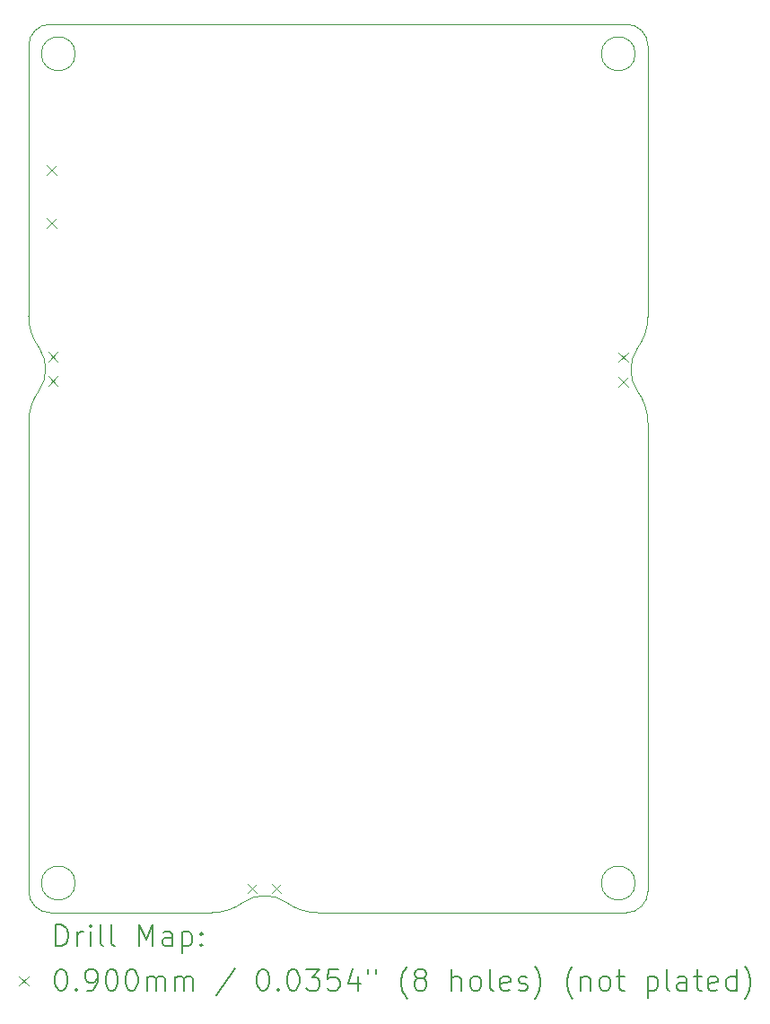
<source format=gbr>
%TF.GenerationSoftware,KiCad,Pcbnew,8.0.8-8.0.8-0~ubuntu22.04.1*%
%TF.CreationDate,2025-02-13T21:07:08+01:00*%
%TF.ProjectId,rp2350b-launchpad-PCB,72703233-3530-4622-9d6c-61756e636870,rev?*%
%TF.SameCoordinates,Original*%
%TF.FileFunction,Drillmap*%
%TF.FilePolarity,Positive*%
%FSLAX45Y45*%
G04 Gerber Fmt 4.5, Leading zero omitted, Abs format (unit mm)*
G04 Created by KiCad (PCBNEW 8.0.8-8.0.8-0~ubuntu22.04.1) date 2025-02-13 21:07:08*
%MOMM*%
%LPD*%
G01*
G04 APERTURE LIST*
%ADD10C,0.050000*%
%ADD11C,0.200000*%
%ADD12C,0.100000*%
G04 APERTURE END LIST*
D10*
X16771600Y-14833600D02*
G75*
G02*
X16451600Y-14833600I-160000J0D01*
G01*
X16451600Y-14833600D02*
G75*
G02*
X16771600Y-14833600I160000J0D01*
G01*
X11488400Y-14833600D02*
G75*
G02*
X11168400Y-14833600I-160000J0D01*
G01*
X11168400Y-14833600D02*
G75*
G02*
X11488400Y-14833600I160000J0D01*
G01*
X11049000Y-10485663D02*
G75*
G02*
X11148848Y-10185400I500610J263D01*
G01*
X11148848Y-9785400D02*
G75*
G02*
X11148848Y-10185400I-299998J-200000D01*
G01*
X11149000Y-9785400D02*
G75*
G02*
X11049000Y-9485400I400000J300000D01*
G01*
X11252200Y-15113000D02*
X12573000Y-15113000D01*
X11049000Y-6934200D02*
X11049000Y-9485400D01*
X11252200Y-6731000D02*
X11811000Y-6731000D01*
X11811000Y-6731000D02*
X16687800Y-6731000D01*
X13776463Y-15112848D02*
G75*
G02*
X13476200Y-15013000I-263J500608D01*
G01*
X13076200Y-15013000D02*
G75*
G02*
X13476200Y-15013000I200000J-300000D01*
G01*
X13076200Y-15013000D02*
G75*
G02*
X12776200Y-15113000I-300000J400000D01*
G01*
X12573000Y-15113000D02*
X12776200Y-15113000D01*
X13776463Y-15112848D02*
X16687800Y-15113000D01*
X11049000Y-10485663D02*
X11049000Y-14909800D01*
X16891000Y-9486900D02*
X16890848Y-9489937D01*
X16687800Y-6731000D02*
G75*
G02*
X16891000Y-6934200I0J-203200D01*
G01*
X16791000Y-10190200D02*
G75*
G02*
X16791000Y-9790200I300000J200000D01*
G01*
X11049000Y-6934200D02*
G75*
G02*
X11252200Y-6731000I203200J0D01*
G01*
X11252200Y-15113000D02*
G75*
G02*
X11049000Y-14909800I0J203200D01*
G01*
X16771600Y-7010400D02*
G75*
G02*
X16451600Y-7010400I-160000J0D01*
G01*
X16451600Y-7010400D02*
G75*
G02*
X16771600Y-7010400I160000J0D01*
G01*
X16791000Y-10190200D02*
G75*
G02*
X16891000Y-10490200I-400000J-300000D01*
G01*
X16891000Y-14909800D02*
X16891000Y-10490200D01*
X16891000Y-14909800D02*
G75*
G02*
X16687800Y-15113000I-203200J0D01*
G01*
X11488400Y-7010400D02*
G75*
G02*
X11168400Y-7010400I-160000J0D01*
G01*
X11168400Y-7010400D02*
G75*
G02*
X11488400Y-7010400I160000J0D01*
G01*
X16891000Y-6934200D02*
X16891000Y-9486900D01*
X16890848Y-9489937D02*
G75*
G02*
X16791000Y-9790200I-500608J-263D01*
G01*
D11*
D12*
X11219900Y-8061600D02*
X11309900Y-8151600D01*
X11309900Y-8061600D02*
X11219900Y-8151600D01*
X11219900Y-8561600D02*
X11309900Y-8651600D01*
X11309900Y-8561600D02*
X11219900Y-8651600D01*
X11232600Y-9822900D02*
X11322600Y-9912900D01*
X11322600Y-9822900D02*
X11232600Y-9912900D01*
X11232600Y-10052900D02*
X11322600Y-10142900D01*
X11322600Y-10052900D02*
X11232600Y-10142900D01*
X13112200Y-14839400D02*
X13202200Y-14929400D01*
X13202200Y-14839400D02*
X13112200Y-14929400D01*
X13342200Y-14839400D02*
X13432200Y-14929400D01*
X13432200Y-14839400D02*
X13342200Y-14929400D01*
X16614000Y-9828000D02*
X16704000Y-9918000D01*
X16704000Y-9828000D02*
X16614000Y-9918000D01*
X16614000Y-10058000D02*
X16704000Y-10148000D01*
X16704000Y-10058000D02*
X16614000Y-10148000D01*
D11*
X11307277Y-15426984D02*
X11307277Y-15226984D01*
X11307277Y-15226984D02*
X11354896Y-15226984D01*
X11354896Y-15226984D02*
X11383467Y-15236508D01*
X11383467Y-15236508D02*
X11402515Y-15255555D01*
X11402515Y-15255555D02*
X11412039Y-15274603D01*
X11412039Y-15274603D02*
X11421562Y-15312698D01*
X11421562Y-15312698D02*
X11421562Y-15341269D01*
X11421562Y-15341269D02*
X11412039Y-15379365D01*
X11412039Y-15379365D02*
X11402515Y-15398412D01*
X11402515Y-15398412D02*
X11383467Y-15417460D01*
X11383467Y-15417460D02*
X11354896Y-15426984D01*
X11354896Y-15426984D02*
X11307277Y-15426984D01*
X11507277Y-15426984D02*
X11507277Y-15293650D01*
X11507277Y-15331746D02*
X11516800Y-15312698D01*
X11516800Y-15312698D02*
X11526324Y-15303174D01*
X11526324Y-15303174D02*
X11545372Y-15293650D01*
X11545372Y-15293650D02*
X11564420Y-15293650D01*
X11631086Y-15426984D02*
X11631086Y-15293650D01*
X11631086Y-15226984D02*
X11621562Y-15236508D01*
X11621562Y-15236508D02*
X11631086Y-15246031D01*
X11631086Y-15246031D02*
X11640610Y-15236508D01*
X11640610Y-15236508D02*
X11631086Y-15226984D01*
X11631086Y-15226984D02*
X11631086Y-15246031D01*
X11754896Y-15426984D02*
X11735848Y-15417460D01*
X11735848Y-15417460D02*
X11726324Y-15398412D01*
X11726324Y-15398412D02*
X11726324Y-15226984D01*
X11859658Y-15426984D02*
X11840610Y-15417460D01*
X11840610Y-15417460D02*
X11831086Y-15398412D01*
X11831086Y-15398412D02*
X11831086Y-15226984D01*
X12088229Y-15426984D02*
X12088229Y-15226984D01*
X12088229Y-15226984D02*
X12154896Y-15369841D01*
X12154896Y-15369841D02*
X12221562Y-15226984D01*
X12221562Y-15226984D02*
X12221562Y-15426984D01*
X12402515Y-15426984D02*
X12402515Y-15322222D01*
X12402515Y-15322222D02*
X12392991Y-15303174D01*
X12392991Y-15303174D02*
X12373943Y-15293650D01*
X12373943Y-15293650D02*
X12335848Y-15293650D01*
X12335848Y-15293650D02*
X12316800Y-15303174D01*
X12402515Y-15417460D02*
X12383467Y-15426984D01*
X12383467Y-15426984D02*
X12335848Y-15426984D01*
X12335848Y-15426984D02*
X12316800Y-15417460D01*
X12316800Y-15417460D02*
X12307277Y-15398412D01*
X12307277Y-15398412D02*
X12307277Y-15379365D01*
X12307277Y-15379365D02*
X12316800Y-15360317D01*
X12316800Y-15360317D02*
X12335848Y-15350793D01*
X12335848Y-15350793D02*
X12383467Y-15350793D01*
X12383467Y-15350793D02*
X12402515Y-15341269D01*
X12497753Y-15293650D02*
X12497753Y-15493650D01*
X12497753Y-15303174D02*
X12516800Y-15293650D01*
X12516800Y-15293650D02*
X12554896Y-15293650D01*
X12554896Y-15293650D02*
X12573943Y-15303174D01*
X12573943Y-15303174D02*
X12583467Y-15312698D01*
X12583467Y-15312698D02*
X12592991Y-15331746D01*
X12592991Y-15331746D02*
X12592991Y-15388888D01*
X12592991Y-15388888D02*
X12583467Y-15407936D01*
X12583467Y-15407936D02*
X12573943Y-15417460D01*
X12573943Y-15417460D02*
X12554896Y-15426984D01*
X12554896Y-15426984D02*
X12516800Y-15426984D01*
X12516800Y-15426984D02*
X12497753Y-15417460D01*
X12678705Y-15407936D02*
X12688229Y-15417460D01*
X12688229Y-15417460D02*
X12678705Y-15426984D01*
X12678705Y-15426984D02*
X12669181Y-15417460D01*
X12669181Y-15417460D02*
X12678705Y-15407936D01*
X12678705Y-15407936D02*
X12678705Y-15426984D01*
X12678705Y-15303174D02*
X12688229Y-15312698D01*
X12688229Y-15312698D02*
X12678705Y-15322222D01*
X12678705Y-15322222D02*
X12669181Y-15312698D01*
X12669181Y-15312698D02*
X12678705Y-15303174D01*
X12678705Y-15303174D02*
X12678705Y-15322222D01*
D12*
X10956500Y-15710500D02*
X11046500Y-15800500D01*
X11046500Y-15710500D02*
X10956500Y-15800500D01*
D11*
X11345372Y-15646984D02*
X11364420Y-15646984D01*
X11364420Y-15646984D02*
X11383467Y-15656508D01*
X11383467Y-15656508D02*
X11392991Y-15666031D01*
X11392991Y-15666031D02*
X11402515Y-15685079D01*
X11402515Y-15685079D02*
X11412039Y-15723174D01*
X11412039Y-15723174D02*
X11412039Y-15770793D01*
X11412039Y-15770793D02*
X11402515Y-15808888D01*
X11402515Y-15808888D02*
X11392991Y-15827936D01*
X11392991Y-15827936D02*
X11383467Y-15837460D01*
X11383467Y-15837460D02*
X11364420Y-15846984D01*
X11364420Y-15846984D02*
X11345372Y-15846984D01*
X11345372Y-15846984D02*
X11326324Y-15837460D01*
X11326324Y-15837460D02*
X11316800Y-15827936D01*
X11316800Y-15827936D02*
X11307277Y-15808888D01*
X11307277Y-15808888D02*
X11297753Y-15770793D01*
X11297753Y-15770793D02*
X11297753Y-15723174D01*
X11297753Y-15723174D02*
X11307277Y-15685079D01*
X11307277Y-15685079D02*
X11316800Y-15666031D01*
X11316800Y-15666031D02*
X11326324Y-15656508D01*
X11326324Y-15656508D02*
X11345372Y-15646984D01*
X11497753Y-15827936D02*
X11507277Y-15837460D01*
X11507277Y-15837460D02*
X11497753Y-15846984D01*
X11497753Y-15846984D02*
X11488229Y-15837460D01*
X11488229Y-15837460D02*
X11497753Y-15827936D01*
X11497753Y-15827936D02*
X11497753Y-15846984D01*
X11602515Y-15846984D02*
X11640610Y-15846984D01*
X11640610Y-15846984D02*
X11659658Y-15837460D01*
X11659658Y-15837460D02*
X11669181Y-15827936D01*
X11669181Y-15827936D02*
X11688229Y-15799365D01*
X11688229Y-15799365D02*
X11697753Y-15761269D01*
X11697753Y-15761269D02*
X11697753Y-15685079D01*
X11697753Y-15685079D02*
X11688229Y-15666031D01*
X11688229Y-15666031D02*
X11678705Y-15656508D01*
X11678705Y-15656508D02*
X11659658Y-15646984D01*
X11659658Y-15646984D02*
X11621562Y-15646984D01*
X11621562Y-15646984D02*
X11602515Y-15656508D01*
X11602515Y-15656508D02*
X11592991Y-15666031D01*
X11592991Y-15666031D02*
X11583467Y-15685079D01*
X11583467Y-15685079D02*
X11583467Y-15732698D01*
X11583467Y-15732698D02*
X11592991Y-15751746D01*
X11592991Y-15751746D02*
X11602515Y-15761269D01*
X11602515Y-15761269D02*
X11621562Y-15770793D01*
X11621562Y-15770793D02*
X11659658Y-15770793D01*
X11659658Y-15770793D02*
X11678705Y-15761269D01*
X11678705Y-15761269D02*
X11688229Y-15751746D01*
X11688229Y-15751746D02*
X11697753Y-15732698D01*
X11821562Y-15646984D02*
X11840610Y-15646984D01*
X11840610Y-15646984D02*
X11859658Y-15656508D01*
X11859658Y-15656508D02*
X11869181Y-15666031D01*
X11869181Y-15666031D02*
X11878705Y-15685079D01*
X11878705Y-15685079D02*
X11888229Y-15723174D01*
X11888229Y-15723174D02*
X11888229Y-15770793D01*
X11888229Y-15770793D02*
X11878705Y-15808888D01*
X11878705Y-15808888D02*
X11869181Y-15827936D01*
X11869181Y-15827936D02*
X11859658Y-15837460D01*
X11859658Y-15837460D02*
X11840610Y-15846984D01*
X11840610Y-15846984D02*
X11821562Y-15846984D01*
X11821562Y-15846984D02*
X11802515Y-15837460D01*
X11802515Y-15837460D02*
X11792991Y-15827936D01*
X11792991Y-15827936D02*
X11783467Y-15808888D01*
X11783467Y-15808888D02*
X11773943Y-15770793D01*
X11773943Y-15770793D02*
X11773943Y-15723174D01*
X11773943Y-15723174D02*
X11783467Y-15685079D01*
X11783467Y-15685079D02*
X11792991Y-15666031D01*
X11792991Y-15666031D02*
X11802515Y-15656508D01*
X11802515Y-15656508D02*
X11821562Y-15646984D01*
X12012039Y-15646984D02*
X12031086Y-15646984D01*
X12031086Y-15646984D02*
X12050134Y-15656508D01*
X12050134Y-15656508D02*
X12059658Y-15666031D01*
X12059658Y-15666031D02*
X12069181Y-15685079D01*
X12069181Y-15685079D02*
X12078705Y-15723174D01*
X12078705Y-15723174D02*
X12078705Y-15770793D01*
X12078705Y-15770793D02*
X12069181Y-15808888D01*
X12069181Y-15808888D02*
X12059658Y-15827936D01*
X12059658Y-15827936D02*
X12050134Y-15837460D01*
X12050134Y-15837460D02*
X12031086Y-15846984D01*
X12031086Y-15846984D02*
X12012039Y-15846984D01*
X12012039Y-15846984D02*
X11992991Y-15837460D01*
X11992991Y-15837460D02*
X11983467Y-15827936D01*
X11983467Y-15827936D02*
X11973943Y-15808888D01*
X11973943Y-15808888D02*
X11964420Y-15770793D01*
X11964420Y-15770793D02*
X11964420Y-15723174D01*
X11964420Y-15723174D02*
X11973943Y-15685079D01*
X11973943Y-15685079D02*
X11983467Y-15666031D01*
X11983467Y-15666031D02*
X11992991Y-15656508D01*
X11992991Y-15656508D02*
X12012039Y-15646984D01*
X12164420Y-15846984D02*
X12164420Y-15713650D01*
X12164420Y-15732698D02*
X12173943Y-15723174D01*
X12173943Y-15723174D02*
X12192991Y-15713650D01*
X12192991Y-15713650D02*
X12221562Y-15713650D01*
X12221562Y-15713650D02*
X12240610Y-15723174D01*
X12240610Y-15723174D02*
X12250134Y-15742222D01*
X12250134Y-15742222D02*
X12250134Y-15846984D01*
X12250134Y-15742222D02*
X12259658Y-15723174D01*
X12259658Y-15723174D02*
X12278705Y-15713650D01*
X12278705Y-15713650D02*
X12307277Y-15713650D01*
X12307277Y-15713650D02*
X12326324Y-15723174D01*
X12326324Y-15723174D02*
X12335848Y-15742222D01*
X12335848Y-15742222D02*
X12335848Y-15846984D01*
X12431086Y-15846984D02*
X12431086Y-15713650D01*
X12431086Y-15732698D02*
X12440610Y-15723174D01*
X12440610Y-15723174D02*
X12459658Y-15713650D01*
X12459658Y-15713650D02*
X12488229Y-15713650D01*
X12488229Y-15713650D02*
X12507277Y-15723174D01*
X12507277Y-15723174D02*
X12516801Y-15742222D01*
X12516801Y-15742222D02*
X12516801Y-15846984D01*
X12516801Y-15742222D02*
X12526324Y-15723174D01*
X12526324Y-15723174D02*
X12545372Y-15713650D01*
X12545372Y-15713650D02*
X12573943Y-15713650D01*
X12573943Y-15713650D02*
X12592991Y-15723174D01*
X12592991Y-15723174D02*
X12602515Y-15742222D01*
X12602515Y-15742222D02*
X12602515Y-15846984D01*
X12992991Y-15637460D02*
X12821563Y-15894603D01*
X13250134Y-15646984D02*
X13269182Y-15646984D01*
X13269182Y-15646984D02*
X13288229Y-15656508D01*
X13288229Y-15656508D02*
X13297753Y-15666031D01*
X13297753Y-15666031D02*
X13307277Y-15685079D01*
X13307277Y-15685079D02*
X13316801Y-15723174D01*
X13316801Y-15723174D02*
X13316801Y-15770793D01*
X13316801Y-15770793D02*
X13307277Y-15808888D01*
X13307277Y-15808888D02*
X13297753Y-15827936D01*
X13297753Y-15827936D02*
X13288229Y-15837460D01*
X13288229Y-15837460D02*
X13269182Y-15846984D01*
X13269182Y-15846984D02*
X13250134Y-15846984D01*
X13250134Y-15846984D02*
X13231086Y-15837460D01*
X13231086Y-15837460D02*
X13221563Y-15827936D01*
X13221563Y-15827936D02*
X13212039Y-15808888D01*
X13212039Y-15808888D02*
X13202515Y-15770793D01*
X13202515Y-15770793D02*
X13202515Y-15723174D01*
X13202515Y-15723174D02*
X13212039Y-15685079D01*
X13212039Y-15685079D02*
X13221563Y-15666031D01*
X13221563Y-15666031D02*
X13231086Y-15656508D01*
X13231086Y-15656508D02*
X13250134Y-15646984D01*
X13402515Y-15827936D02*
X13412039Y-15837460D01*
X13412039Y-15837460D02*
X13402515Y-15846984D01*
X13402515Y-15846984D02*
X13392991Y-15837460D01*
X13392991Y-15837460D02*
X13402515Y-15827936D01*
X13402515Y-15827936D02*
X13402515Y-15846984D01*
X13535848Y-15646984D02*
X13554896Y-15646984D01*
X13554896Y-15646984D02*
X13573944Y-15656508D01*
X13573944Y-15656508D02*
X13583467Y-15666031D01*
X13583467Y-15666031D02*
X13592991Y-15685079D01*
X13592991Y-15685079D02*
X13602515Y-15723174D01*
X13602515Y-15723174D02*
X13602515Y-15770793D01*
X13602515Y-15770793D02*
X13592991Y-15808888D01*
X13592991Y-15808888D02*
X13583467Y-15827936D01*
X13583467Y-15827936D02*
X13573944Y-15837460D01*
X13573944Y-15837460D02*
X13554896Y-15846984D01*
X13554896Y-15846984D02*
X13535848Y-15846984D01*
X13535848Y-15846984D02*
X13516801Y-15837460D01*
X13516801Y-15837460D02*
X13507277Y-15827936D01*
X13507277Y-15827936D02*
X13497753Y-15808888D01*
X13497753Y-15808888D02*
X13488229Y-15770793D01*
X13488229Y-15770793D02*
X13488229Y-15723174D01*
X13488229Y-15723174D02*
X13497753Y-15685079D01*
X13497753Y-15685079D02*
X13507277Y-15666031D01*
X13507277Y-15666031D02*
X13516801Y-15656508D01*
X13516801Y-15656508D02*
X13535848Y-15646984D01*
X13669182Y-15646984D02*
X13792991Y-15646984D01*
X13792991Y-15646984D02*
X13726324Y-15723174D01*
X13726324Y-15723174D02*
X13754896Y-15723174D01*
X13754896Y-15723174D02*
X13773944Y-15732698D01*
X13773944Y-15732698D02*
X13783467Y-15742222D01*
X13783467Y-15742222D02*
X13792991Y-15761269D01*
X13792991Y-15761269D02*
X13792991Y-15808888D01*
X13792991Y-15808888D02*
X13783467Y-15827936D01*
X13783467Y-15827936D02*
X13773944Y-15837460D01*
X13773944Y-15837460D02*
X13754896Y-15846984D01*
X13754896Y-15846984D02*
X13697753Y-15846984D01*
X13697753Y-15846984D02*
X13678705Y-15837460D01*
X13678705Y-15837460D02*
X13669182Y-15827936D01*
X13973944Y-15646984D02*
X13878705Y-15646984D01*
X13878705Y-15646984D02*
X13869182Y-15742222D01*
X13869182Y-15742222D02*
X13878705Y-15732698D01*
X13878705Y-15732698D02*
X13897753Y-15723174D01*
X13897753Y-15723174D02*
X13945372Y-15723174D01*
X13945372Y-15723174D02*
X13964420Y-15732698D01*
X13964420Y-15732698D02*
X13973944Y-15742222D01*
X13973944Y-15742222D02*
X13983467Y-15761269D01*
X13983467Y-15761269D02*
X13983467Y-15808888D01*
X13983467Y-15808888D02*
X13973944Y-15827936D01*
X13973944Y-15827936D02*
X13964420Y-15837460D01*
X13964420Y-15837460D02*
X13945372Y-15846984D01*
X13945372Y-15846984D02*
X13897753Y-15846984D01*
X13897753Y-15846984D02*
X13878705Y-15837460D01*
X13878705Y-15837460D02*
X13869182Y-15827936D01*
X14154896Y-15713650D02*
X14154896Y-15846984D01*
X14107277Y-15637460D02*
X14059658Y-15780317D01*
X14059658Y-15780317D02*
X14183467Y-15780317D01*
X14250134Y-15646984D02*
X14250134Y-15685079D01*
X14326325Y-15646984D02*
X14326325Y-15685079D01*
X14621563Y-15923174D02*
X14612039Y-15913650D01*
X14612039Y-15913650D02*
X14592991Y-15885079D01*
X14592991Y-15885079D02*
X14583467Y-15866031D01*
X14583467Y-15866031D02*
X14573944Y-15837460D01*
X14573944Y-15837460D02*
X14564420Y-15789841D01*
X14564420Y-15789841D02*
X14564420Y-15751746D01*
X14564420Y-15751746D02*
X14573944Y-15704127D01*
X14573944Y-15704127D02*
X14583467Y-15675555D01*
X14583467Y-15675555D02*
X14592991Y-15656508D01*
X14592991Y-15656508D02*
X14612039Y-15627936D01*
X14612039Y-15627936D02*
X14621563Y-15618412D01*
X14726325Y-15732698D02*
X14707277Y-15723174D01*
X14707277Y-15723174D02*
X14697753Y-15713650D01*
X14697753Y-15713650D02*
X14688229Y-15694603D01*
X14688229Y-15694603D02*
X14688229Y-15685079D01*
X14688229Y-15685079D02*
X14697753Y-15666031D01*
X14697753Y-15666031D02*
X14707277Y-15656508D01*
X14707277Y-15656508D02*
X14726325Y-15646984D01*
X14726325Y-15646984D02*
X14764420Y-15646984D01*
X14764420Y-15646984D02*
X14783467Y-15656508D01*
X14783467Y-15656508D02*
X14792991Y-15666031D01*
X14792991Y-15666031D02*
X14802515Y-15685079D01*
X14802515Y-15685079D02*
X14802515Y-15694603D01*
X14802515Y-15694603D02*
X14792991Y-15713650D01*
X14792991Y-15713650D02*
X14783467Y-15723174D01*
X14783467Y-15723174D02*
X14764420Y-15732698D01*
X14764420Y-15732698D02*
X14726325Y-15732698D01*
X14726325Y-15732698D02*
X14707277Y-15742222D01*
X14707277Y-15742222D02*
X14697753Y-15751746D01*
X14697753Y-15751746D02*
X14688229Y-15770793D01*
X14688229Y-15770793D02*
X14688229Y-15808888D01*
X14688229Y-15808888D02*
X14697753Y-15827936D01*
X14697753Y-15827936D02*
X14707277Y-15837460D01*
X14707277Y-15837460D02*
X14726325Y-15846984D01*
X14726325Y-15846984D02*
X14764420Y-15846984D01*
X14764420Y-15846984D02*
X14783467Y-15837460D01*
X14783467Y-15837460D02*
X14792991Y-15827936D01*
X14792991Y-15827936D02*
X14802515Y-15808888D01*
X14802515Y-15808888D02*
X14802515Y-15770793D01*
X14802515Y-15770793D02*
X14792991Y-15751746D01*
X14792991Y-15751746D02*
X14783467Y-15742222D01*
X14783467Y-15742222D02*
X14764420Y-15732698D01*
X15040610Y-15846984D02*
X15040610Y-15646984D01*
X15126325Y-15846984D02*
X15126325Y-15742222D01*
X15126325Y-15742222D02*
X15116801Y-15723174D01*
X15116801Y-15723174D02*
X15097753Y-15713650D01*
X15097753Y-15713650D02*
X15069182Y-15713650D01*
X15069182Y-15713650D02*
X15050134Y-15723174D01*
X15050134Y-15723174D02*
X15040610Y-15732698D01*
X15250134Y-15846984D02*
X15231087Y-15837460D01*
X15231087Y-15837460D02*
X15221563Y-15827936D01*
X15221563Y-15827936D02*
X15212039Y-15808888D01*
X15212039Y-15808888D02*
X15212039Y-15751746D01*
X15212039Y-15751746D02*
X15221563Y-15732698D01*
X15221563Y-15732698D02*
X15231087Y-15723174D01*
X15231087Y-15723174D02*
X15250134Y-15713650D01*
X15250134Y-15713650D02*
X15278706Y-15713650D01*
X15278706Y-15713650D02*
X15297753Y-15723174D01*
X15297753Y-15723174D02*
X15307277Y-15732698D01*
X15307277Y-15732698D02*
X15316801Y-15751746D01*
X15316801Y-15751746D02*
X15316801Y-15808888D01*
X15316801Y-15808888D02*
X15307277Y-15827936D01*
X15307277Y-15827936D02*
X15297753Y-15837460D01*
X15297753Y-15837460D02*
X15278706Y-15846984D01*
X15278706Y-15846984D02*
X15250134Y-15846984D01*
X15431087Y-15846984D02*
X15412039Y-15837460D01*
X15412039Y-15837460D02*
X15402515Y-15818412D01*
X15402515Y-15818412D02*
X15402515Y-15646984D01*
X15583468Y-15837460D02*
X15564420Y-15846984D01*
X15564420Y-15846984D02*
X15526325Y-15846984D01*
X15526325Y-15846984D02*
X15507277Y-15837460D01*
X15507277Y-15837460D02*
X15497753Y-15818412D01*
X15497753Y-15818412D02*
X15497753Y-15742222D01*
X15497753Y-15742222D02*
X15507277Y-15723174D01*
X15507277Y-15723174D02*
X15526325Y-15713650D01*
X15526325Y-15713650D02*
X15564420Y-15713650D01*
X15564420Y-15713650D02*
X15583468Y-15723174D01*
X15583468Y-15723174D02*
X15592991Y-15742222D01*
X15592991Y-15742222D02*
X15592991Y-15761269D01*
X15592991Y-15761269D02*
X15497753Y-15780317D01*
X15669182Y-15837460D02*
X15688229Y-15846984D01*
X15688229Y-15846984D02*
X15726325Y-15846984D01*
X15726325Y-15846984D02*
X15745372Y-15837460D01*
X15745372Y-15837460D02*
X15754896Y-15818412D01*
X15754896Y-15818412D02*
X15754896Y-15808888D01*
X15754896Y-15808888D02*
X15745372Y-15789841D01*
X15745372Y-15789841D02*
X15726325Y-15780317D01*
X15726325Y-15780317D02*
X15697753Y-15780317D01*
X15697753Y-15780317D02*
X15678706Y-15770793D01*
X15678706Y-15770793D02*
X15669182Y-15751746D01*
X15669182Y-15751746D02*
X15669182Y-15742222D01*
X15669182Y-15742222D02*
X15678706Y-15723174D01*
X15678706Y-15723174D02*
X15697753Y-15713650D01*
X15697753Y-15713650D02*
X15726325Y-15713650D01*
X15726325Y-15713650D02*
X15745372Y-15723174D01*
X15821563Y-15923174D02*
X15831087Y-15913650D01*
X15831087Y-15913650D02*
X15850134Y-15885079D01*
X15850134Y-15885079D02*
X15859658Y-15866031D01*
X15859658Y-15866031D02*
X15869182Y-15837460D01*
X15869182Y-15837460D02*
X15878706Y-15789841D01*
X15878706Y-15789841D02*
X15878706Y-15751746D01*
X15878706Y-15751746D02*
X15869182Y-15704127D01*
X15869182Y-15704127D02*
X15859658Y-15675555D01*
X15859658Y-15675555D02*
X15850134Y-15656508D01*
X15850134Y-15656508D02*
X15831087Y-15627936D01*
X15831087Y-15627936D02*
X15821563Y-15618412D01*
X16183468Y-15923174D02*
X16173944Y-15913650D01*
X16173944Y-15913650D02*
X16154896Y-15885079D01*
X16154896Y-15885079D02*
X16145372Y-15866031D01*
X16145372Y-15866031D02*
X16135849Y-15837460D01*
X16135849Y-15837460D02*
X16126325Y-15789841D01*
X16126325Y-15789841D02*
X16126325Y-15751746D01*
X16126325Y-15751746D02*
X16135849Y-15704127D01*
X16135849Y-15704127D02*
X16145372Y-15675555D01*
X16145372Y-15675555D02*
X16154896Y-15656508D01*
X16154896Y-15656508D02*
X16173944Y-15627936D01*
X16173944Y-15627936D02*
X16183468Y-15618412D01*
X16259658Y-15713650D02*
X16259658Y-15846984D01*
X16259658Y-15732698D02*
X16269182Y-15723174D01*
X16269182Y-15723174D02*
X16288229Y-15713650D01*
X16288229Y-15713650D02*
X16316801Y-15713650D01*
X16316801Y-15713650D02*
X16335849Y-15723174D01*
X16335849Y-15723174D02*
X16345372Y-15742222D01*
X16345372Y-15742222D02*
X16345372Y-15846984D01*
X16469182Y-15846984D02*
X16450134Y-15837460D01*
X16450134Y-15837460D02*
X16440610Y-15827936D01*
X16440610Y-15827936D02*
X16431087Y-15808888D01*
X16431087Y-15808888D02*
X16431087Y-15751746D01*
X16431087Y-15751746D02*
X16440610Y-15732698D01*
X16440610Y-15732698D02*
X16450134Y-15723174D01*
X16450134Y-15723174D02*
X16469182Y-15713650D01*
X16469182Y-15713650D02*
X16497753Y-15713650D01*
X16497753Y-15713650D02*
X16516801Y-15723174D01*
X16516801Y-15723174D02*
X16526325Y-15732698D01*
X16526325Y-15732698D02*
X16535849Y-15751746D01*
X16535849Y-15751746D02*
X16535849Y-15808888D01*
X16535849Y-15808888D02*
X16526325Y-15827936D01*
X16526325Y-15827936D02*
X16516801Y-15837460D01*
X16516801Y-15837460D02*
X16497753Y-15846984D01*
X16497753Y-15846984D02*
X16469182Y-15846984D01*
X16592991Y-15713650D02*
X16669182Y-15713650D01*
X16621563Y-15646984D02*
X16621563Y-15818412D01*
X16621563Y-15818412D02*
X16631087Y-15837460D01*
X16631087Y-15837460D02*
X16650134Y-15846984D01*
X16650134Y-15846984D02*
X16669182Y-15846984D01*
X16888230Y-15713650D02*
X16888230Y-15913650D01*
X16888230Y-15723174D02*
X16907277Y-15713650D01*
X16907277Y-15713650D02*
X16945373Y-15713650D01*
X16945373Y-15713650D02*
X16964420Y-15723174D01*
X16964420Y-15723174D02*
X16973944Y-15732698D01*
X16973944Y-15732698D02*
X16983468Y-15751746D01*
X16983468Y-15751746D02*
X16983468Y-15808888D01*
X16983468Y-15808888D02*
X16973944Y-15827936D01*
X16973944Y-15827936D02*
X16964420Y-15837460D01*
X16964420Y-15837460D02*
X16945373Y-15846984D01*
X16945373Y-15846984D02*
X16907277Y-15846984D01*
X16907277Y-15846984D02*
X16888230Y-15837460D01*
X17097753Y-15846984D02*
X17078706Y-15837460D01*
X17078706Y-15837460D02*
X17069182Y-15818412D01*
X17069182Y-15818412D02*
X17069182Y-15646984D01*
X17259658Y-15846984D02*
X17259658Y-15742222D01*
X17259658Y-15742222D02*
X17250134Y-15723174D01*
X17250134Y-15723174D02*
X17231087Y-15713650D01*
X17231087Y-15713650D02*
X17192992Y-15713650D01*
X17192992Y-15713650D02*
X17173944Y-15723174D01*
X17259658Y-15837460D02*
X17240611Y-15846984D01*
X17240611Y-15846984D02*
X17192992Y-15846984D01*
X17192992Y-15846984D02*
X17173944Y-15837460D01*
X17173944Y-15837460D02*
X17164420Y-15818412D01*
X17164420Y-15818412D02*
X17164420Y-15799365D01*
X17164420Y-15799365D02*
X17173944Y-15780317D01*
X17173944Y-15780317D02*
X17192992Y-15770793D01*
X17192992Y-15770793D02*
X17240611Y-15770793D01*
X17240611Y-15770793D02*
X17259658Y-15761269D01*
X17326325Y-15713650D02*
X17402515Y-15713650D01*
X17354896Y-15646984D02*
X17354896Y-15818412D01*
X17354896Y-15818412D02*
X17364420Y-15837460D01*
X17364420Y-15837460D02*
X17383468Y-15846984D01*
X17383468Y-15846984D02*
X17402515Y-15846984D01*
X17545373Y-15837460D02*
X17526325Y-15846984D01*
X17526325Y-15846984D02*
X17488230Y-15846984D01*
X17488230Y-15846984D02*
X17469182Y-15837460D01*
X17469182Y-15837460D02*
X17459658Y-15818412D01*
X17459658Y-15818412D02*
X17459658Y-15742222D01*
X17459658Y-15742222D02*
X17469182Y-15723174D01*
X17469182Y-15723174D02*
X17488230Y-15713650D01*
X17488230Y-15713650D02*
X17526325Y-15713650D01*
X17526325Y-15713650D02*
X17545373Y-15723174D01*
X17545373Y-15723174D02*
X17554896Y-15742222D01*
X17554896Y-15742222D02*
X17554896Y-15761269D01*
X17554896Y-15761269D02*
X17459658Y-15780317D01*
X17726325Y-15846984D02*
X17726325Y-15646984D01*
X17726325Y-15837460D02*
X17707277Y-15846984D01*
X17707277Y-15846984D02*
X17669182Y-15846984D01*
X17669182Y-15846984D02*
X17650134Y-15837460D01*
X17650134Y-15837460D02*
X17640611Y-15827936D01*
X17640611Y-15827936D02*
X17631087Y-15808888D01*
X17631087Y-15808888D02*
X17631087Y-15751746D01*
X17631087Y-15751746D02*
X17640611Y-15732698D01*
X17640611Y-15732698D02*
X17650134Y-15723174D01*
X17650134Y-15723174D02*
X17669182Y-15713650D01*
X17669182Y-15713650D02*
X17707277Y-15713650D01*
X17707277Y-15713650D02*
X17726325Y-15723174D01*
X17802515Y-15923174D02*
X17812039Y-15913650D01*
X17812039Y-15913650D02*
X17831087Y-15885079D01*
X17831087Y-15885079D02*
X17840611Y-15866031D01*
X17840611Y-15866031D02*
X17850134Y-15837460D01*
X17850134Y-15837460D02*
X17859658Y-15789841D01*
X17859658Y-15789841D02*
X17859658Y-15751746D01*
X17859658Y-15751746D02*
X17850134Y-15704127D01*
X17850134Y-15704127D02*
X17840611Y-15675555D01*
X17840611Y-15675555D02*
X17831087Y-15656508D01*
X17831087Y-15656508D02*
X17812039Y-15627936D01*
X17812039Y-15627936D02*
X17802515Y-15618412D01*
M02*

</source>
